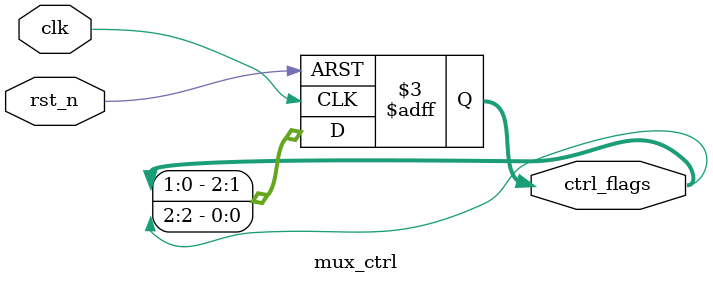
<source format=v>
`timescale 1ns / 1ps


module mux_ctrl(
    input wire clk, 
    input wire rst_n, 
    output reg [2:0] ctrl_flags
    );
    
    always @(posedge clk or negedge rst_n) begin
        if (~rst_n) begin
            ctrl_flags[2:0] <= 3'b001;
        end
        else begin
            ctrl_flags[2:0] <= {ctrl_flags[1:0], ctrl_flags[2]};
        end
    
    end
    
endmodule

</source>
